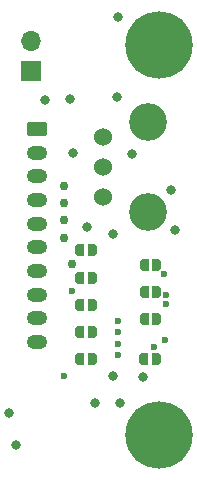
<source format=gbr>
G04 %TF.GenerationSoftware,KiCad,Pcbnew,(6.0.1)@% jlc*
G04 %TF.CreationDate,2022-07-06T21:26:52-07:00@% jlc*
G04 %TF.ProjectId,mu100-dit,6d753130-302d-4646-9974-2e6b69636164,rev?@% jlc*
G04 %TF.SameCoordinates,PX4a25ef0PY4c3f880@% jlc*
G04 %TF.FileFunction,Soldermask,Bot@% jlc*
G04 %TF.FilePolarity,Negative@% jlc*
%FSLAX46Y46*%
G04 Gerber Fmt 4.6, Leading zero omitted, Abs format (unit mm)*
G04 Created by KiCad (PCBNEW (6.0.1)) date 2022-07-06 21:26:52*
%MOMM*%
%LPD*%
G01*
G04 APERTURE LIST*
G04 Aperture macros list*
%AMRoundRect*
0 Rectangle with rounded corners*
0 $1 Rounding radius*
0 $2 $3 $4 $5 $6 $7 $8 $9 X,Y pos of 4 corners*
0 Add a 4 corners polygon primitive as box body*
4,1,4,$2,$3,$4,$5,$6,$7,$8,$9,$2,$3,0*
0 Add four circle primitives for the rounded corners*
1,1,$1+$1,$2,$3*
1,1,$1+$1,$4,$5*
1,1,$1+$1,$6,$7*
1,1,$1+$1,$8,$9*
0 Add four rect primitives between the rounded corners*
20,1,$1+$1,$2,$3,$4,$5,0*
20,1,$1+$1,$4,$5,$6,$7,0*
20,1,$1+$1,$6,$7,$8,$9,0*
20,1,$1+$1,$8,$9,$2,$3,0*%
%AMFreePoly0*
4,1,13,0.500000,-0.500000,0.000000,-0.500000,-0.095671,-0.480970,-0.176777,-0.426777,-0.230970,-0.345671,-0.250000,-0.250000,-0.250000,0.250000,-0.230970,0.345671,-0.176777,0.426777,-0.095671,0.480970,0.000000,0.500000,0.500000,0.500000,0.500000,-0.500000,0.500000,-0.500000,$1*%
G04 Aperture macros list end*
%ADD10RoundRect,0.250000X-0.625000X0.350000X-0.625000X-0.350000X0.625000X-0.350000X0.625000X0.350000X0*%
%ADD11O,1.750000X1.200000*%
%ADD12C,5.700000*%
%ADD13C,3.600000*%
%ADD14C,3.200000*%
%ADD15C,1.524000*%
%ADD16R,1.700000X1.700000*%
%ADD17O,1.700000X1.700000*%
%ADD18FreePoly0,0.000000*%
%ADD19FreePoly0,180.000000*%
%ADD20C,0.800000*%
%ADD21C,0.750000*%
%ADD22C,0.600000*%
G04 APERTURE END LIST*
D10*
G04 %TO.C,J1@% jlc*
X81030000Y-90572000D03*
D11*
X81030000Y-92572000D03*
X81030000Y-94572000D03*
X81030000Y-96572000D03*
X81030000Y-98572000D03*
X81030000Y-100572000D03*
X81030000Y-102572000D03*
X81030000Y-104572000D03*
X81030000Y-106572000D03*
X81030000Y-108572000D03*
G04 %TD@% jlc*
D12*
G04 %TO.C,H1@% jlc*
X91350000Y-83452000D03*
D13*
X91350000Y-83452000D03*
G04 %TD@% jlc*
D14*
G04 %TO.C,U1@% jlc*
X90430000Y-89992000D03*
X90430000Y-97612000D03*
D15*
X86620000Y-91262000D03*
X86620000Y-93802000D03*
X86620000Y-96342000D03*
G04 %TD@% jlc*
D12*
G04 %TO.C,H2@% jlc*
X91350000Y-116452000D03*
D13*
X91350000Y-116452000D03*
G04 %TD@% jlc*
D16*
G04 %TO.C,J2@% jlc*
X80510000Y-85675000D03*
D17*
X80510000Y-83135000D03*
G04 %TD@% jlc*
D18*
G04 %TO.C,JP3@% jlc*
X84560000Y-105442000D03*
D19*
X85860000Y-105442000D03*
G04 %TD@% jlc*
D18*
G04 %TO.C,JP9@% jlc*
X84560000Y-110032000D03*
D19*
X85860000Y-110032000D03*
G04 %TD@% jlc*
D18*
G04 %TO.C,JP2@% jlc*
X84560000Y-103147000D03*
D19*
X85860000Y-103147000D03*
G04 %TD@% jlc*
D18*
G04 %TO.C,JP7@% jlc*
X90030000Y-102067000D03*
D19*
X91330000Y-102067000D03*
G04 %TD@% jlc*
D18*
G04 %TO.C,JP1@% jlc*
X84560000Y-100822000D03*
D19*
X85860000Y-100822000D03*
G04 %TD@% jlc*
D18*
G04 %TO.C,JP6@% jlc*
X90030000Y-104362000D03*
D19*
X91330000Y-104362000D03*
G04 %TD@% jlc*
D18*
G04 %TO.C,JP8@% jlc*
X89980000Y-110032000D03*
D19*
X91280000Y-110032000D03*
G04 %TD@% jlc*
D18*
G04 %TO.C,JP5@% jlc*
X90030000Y-106657000D03*
D19*
X91330000Y-106657000D03*
G04 %TD@% jlc*
D18*
G04 %TO.C,JP4@% jlc*
X84560000Y-107737000D03*
D19*
X85860000Y-107737000D03*
G04 %TD@% jlc*
D20*
X88110000Y-113772000D03*
X87480000Y-111482000D03*
X90030000Y-111532000D03*
X81763200Y-88054600D03*
X87500000Y-99482000D03*
D21*
X83300000Y-96802600D03*
X83990000Y-101972000D03*
D20*
X85930000Y-113752000D03*
X92750000Y-99122000D03*
D21*
X83300000Y-99738600D03*
D20*
X84060000Y-92542000D03*
X79248600Y-117290000D03*
X87850000Y-87882000D03*
X78715200Y-114623000D03*
D21*
X83300000Y-95352000D03*
X83300000Y-98270600D03*
D20*
X92430000Y-95692000D03*
X85300000Y-98872000D03*
X89130000Y-92702000D03*
X87910000Y-81082000D03*
D22*
X83330000Y-111502000D03*
X83980000Y-104232000D03*
X87889978Y-106829600D03*
X87877200Y-107744000D03*
X87885439Y-108751761D03*
X87877200Y-109674400D03*
D20*
X83846000Y-87978400D03*
D22*
X91999400Y-105388927D03*
X91999400Y-104564600D03*
X91839600Y-102841800D03*
X90925200Y-109003500D03*
X91915800Y-108379000D03*
M02*

</source>
